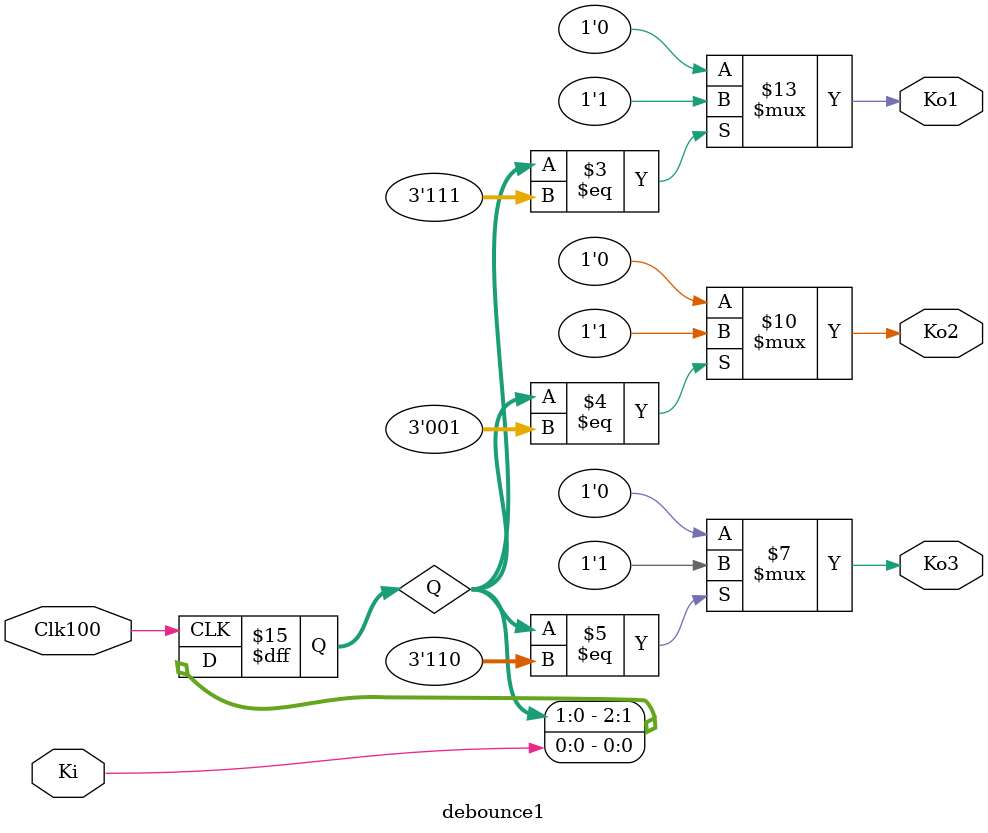
<source format=v>

module debounce1 (Clk100,Ki,Ko1,Ko2,Ko3);
input  Clk100,Ki;	// ¤@¦ì¤¸¿é¤J
output Ko1,Ko2,Ko3;	// ¤@¦ì¤¸¿é¥X
reg    Ko1,Ko2,Ko3;	// «Å§i¬°¼È¦s¾¹¸ê®Æ
reg    [2:0] Q;		// «Å§i¬°¼È¦s¾¹¸ê®Æ

// ¨ú¼ËÀW²v¬ù 100 Hz, ³sÄò¨ú¼Ë¤T¦¸
always@ (posedge Clk100)
  begin
    Q[2] = Q[1]; 
    Q[1] = Q[0];
    Q[0] = Ki;
  end

// ²£¥Í¥h¼u¸õ«H¸¹
always@ (Q)
  begin
    if (Q == 3'b111)	// «e«á½t
      Ko1 = 1;
    else
      Ko1 = 0;
    if (Q == 3'b001)	// «e½t
      Ko2 = 1;
    else
      Ko2 = 0;
    if (Q == 3'b110)	// «á½t
      Ko3 = 1;
    else
      Ko3 = 0;
  end

endmodule

</source>
